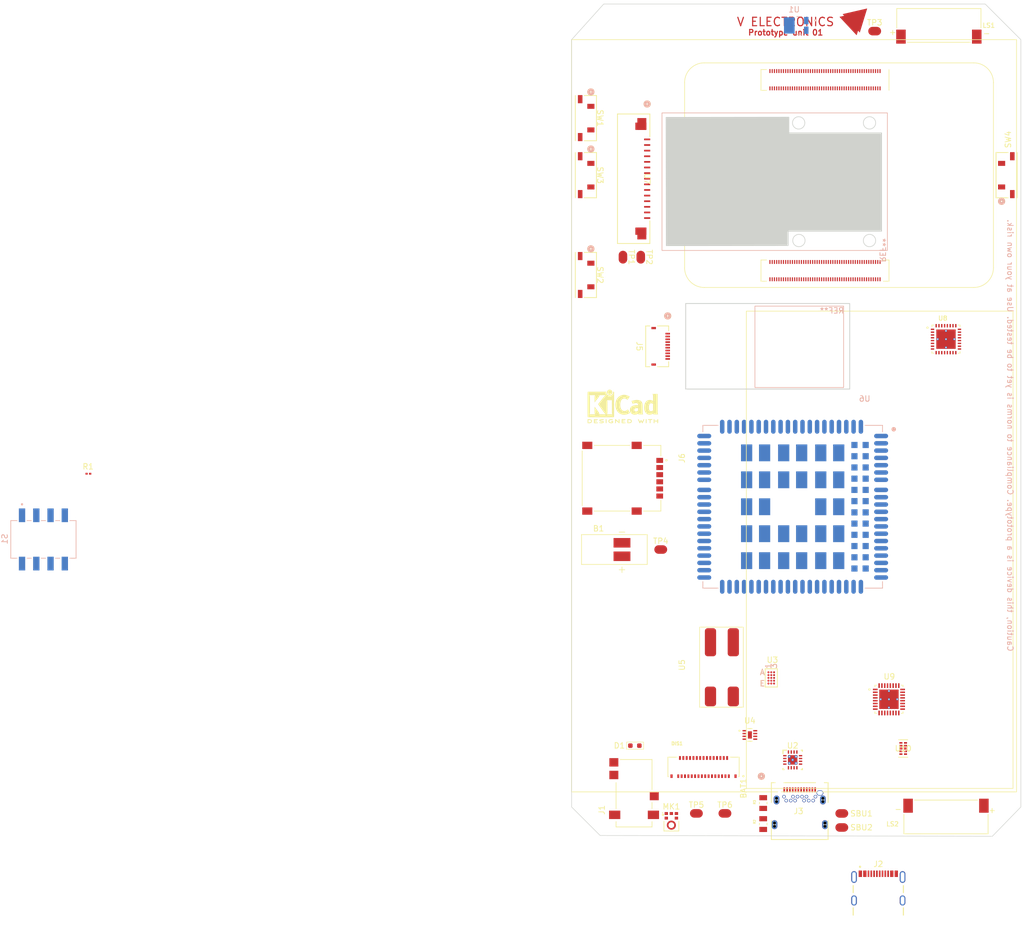
<source format=kicad_pcb>
(kicad_pcb (version 20240108) (generator "pcbnew") (generator_version "8.0")
  (title_block (title "SPIRIT-carrier-board") (date "2024-08-30") (company "V-Electronics"))
  (layers (0 "F.Cu" signal) (31 "B.Cu" signal) (34 "B.Paste" user) (35 "F.Paste" user) (36 "B.SilkS" user "B.Silkscreen") (37 "F.SilkS" user "F.Silkscreen") (38 "B.Mask" user) (39 "F.Mask" user) (44 "Edge.Cuts" user))
  (net 0 "")
  (net 1 "Net-(Module1A-GPIO27)")
  (net 5 "Net-(J2-CC1)")
  (net 7 "USBC POW")
  (net 8 "Net-(J2-CC2)")
  (net 44 "CODEC SDA")
  (net 45 "Net-(Module1A-GPIO22)")
  (net 60 "D-")
  (net 61 "D+")
  (net 79 "CAM_SDA")
  (net 81 "CAM_SCL")
  (net 83 "CAM_CK_P")
  (net 85 "CAM_CK_N")
  (net 87 "CAM_D1_P")
  (net 89 "CAM_D1_N")
  (net 120 "GND")
  (net 131 "VCC")
  (net 145 "Net-(Module1A-GPIO2)")
  (net 158 "CAM_D0_P")
  (net 159 "Net-(Module1A-GPIO3)")
  (net 184 "CAM_D0_N")
  (net 214 "Net-(Module1A-GPIO4)")
  (net 219 "Net-(Module1A-GPIO17)")
  (net 229 "Net-(U5-BAT+)")
  (net 230 "Net-(BAT1-+)")
  (net 274 "Net-(BAT1--)")
  (net 369 "CODEC SCL")
  (net 371 "JACK-IN")
  (net 373 "MIC-SWITCH")
  (net 376 "GPSGSM-SWITCH")
  (net 377 "CAM-SWITCH")
  (net 405 "CAM_IO0")
  (net 440 "DSI1_D0_N")
  (net 441 "DSI1_D0_P")
  (net 442 "DSI1_D1_N")
  (net 443 "DSI1_D1_P")
  (net 444 "DSI1_C_N")
  (net 445 "DSI1_C_P")
  (net 446 "DSI1_D2_N")
  (net 447 "DSI1_D2_P")
  (net 448 "DSI1_D3_N")
  (net 449 "DSI1_D3_P")
  (net 450 "DIS SDA")
  (net 451 "DIS SCL")
  (net 484 "Net-(TP8-A)")
  (net 485 "Net-(TP7-A)")
  (net 486 "CC2")
  (net 487 "CC1")
  (footprint "SPIRIT-footprints:35mmJACK-CUI_SJ2-35894B-SMT-TR" (layer "F.Cu") (at 67 170.4 90)
    (property "Reference" "J1")
    (property "Value" "SJ2-35894B-SMT-TR")
  )
  (footprint "SPIRIT-footprints:test-pad-1" (layer "F.Cu") (at 104 172.984)
    (property "Reference" "SBU1")
    (property "Value" "test-pad-1")
  )
  (footprint "SPIRIT-footprints:test-pad-1" (layer "F.Cu") (at 109.855 33.655)
    (property "Reference" "TP3")
    (property "Value" "test-pad-1")
  )
  (footprint "SPIRIT-footprints:720pLCD" (layer "F.Cu") (at 55.88 36.195)
    (property "Reference" "REF**" (hide yes))
    (property "Value" "720pLCD")
  )
  (footprint "SPIRIT-footprints:test-pad-1" (layer "F.Cu") (at 69.215 74.93 -90)
    (property "Reference" "TP2")
    (property "Value" "test-pad-1")
  )
  (footprint "SPIRIT-footprints:BAT-STEP-UP-UDFN8_2X2_MCH" (layer "F.Cu") (at 87.63 160.02)
    (property "Reference" "U4")
    (property "Value" "BAT-STEP-UP-MIC2876-5.0YMT-TR")
  )
  (footprint "SPIRIT-footprints:10PIN" (layer "F.Cu") (at 71.12 90.805 -90)
    (property "Reference" "J5")
    (property "Value" "FINGER")
  )
  (footprint "SPIRIT-footprints:test-pad-1" (layer "F.Cu") (at 66.04 74.93 -90)
    (property "Reference" "TP1")
    (property "Value" "test-pad-1")
  )
  (footprint "SPIRIT-footprints:DAC-IC_ADS125H01IRHBT" (layer "F.Cu") (at 122.555 89.535)
    (property "Reference" "U8")
    (property "Value" "DAC-TLV320DAC3100IRHBR")
  )
  (footprint "SPIRIT-footprints:BAT-MONITOR-YZF15_TEX" (layer "F.Cu") (at 91.44 149.86)
    (property "Reference" "U3")
    (property "Value" "BAT-MONITOR-BQ27530YZFT-G1")
  )
  (footprint "SPIRIT-footprints:buttonSW_TL3330_EWI" (layer "F.Cu") (at 133.35 60.325 90)
    (property "Reference" "SW4")
    (property "Value" "POW")
  )
  (footprint "SPIRIT-footprints:VIBRATION-PUI_HD-EMB1205-3-SC-R" (layer "F.Cu") (at 63.5 127)
    (property "Reference" "B1")
    (property "Value" "VIBR")
  )
  (footprint "CM4IO:Raspberry-Pi-4-Compute-Module" (layer "F.Cu") (at 79.505 43.825 -90)
    (property "Reference" "Module1" (hide yes))
    (property "Value" "ComputeModule4-CM4")
  )
  (footprint "LOGO" (layer "F.Cu") (at 106.045 33.02)
    (property "Reference" "G***" (hide yes))
    (property "Value" "LOGO" (hide yes))
  )
  (footprint "SPIRIT-footprints:SPEAKER_CMR-15062S-67" (layer "F.Cu") (at 122.555 174.625)
    (property "Reference" "LS2")
    (property "Value" "CMR-15062S-67")
  )
  (footprint "SPIRIT-footprints:SPEAKER_CMR-15062S-67" (layer "F.Cu") (at 121.285 33.655 180)
    (property "Reference" "LS1")
    (property "Value" "CMR-15062S-67")
  )
  (footprint "SPIRIT-footprints:buttonSW_TL3330_EWI" (layer "F.Cu") (at 58.42 60.325 -90)
    (property "Reference" "SW3")
    (property "Value" "VOL+")
  )
  (footprint "SPIRIT-footprints:microphone_SPH0645LM4H-B" (layer "F.Cu") (at 73.645 176.087)
    (property "Reference" "MK1")
    (property "Value" "microphone")
  )
  (footprint "SPIRIT-footprints:FPC15pin-1mm-pitch-CONN_F52Q-1A7H1-11015_AMP" (layer "F.Cu") (at 66.929 60.96 -90)
    (property "Reference" "U7")
    (property "Value" "FPC15pin-1mm-pitch-F52Q-1A7H1-11015")
  )
  (footprint "SPIRIT-footprints:buttonSW_TL3330_EWI" (layer "F.Cu") (at 58.42 50.165 -90)
    (property "Reference" "SW1")
    (property "Value" "VOL-")
  )
  (footprint "SPIRIT-footprints:CODEC-QFN50P500X500X100-33N" (layer "F.Cu") (at 112.395 153.67)
    (property "Reference" "U9")
    (property "Value" "CODEC-TLV320AIC3204IRHBR")
  )
  (footprint "SPIRIT-footprints:USBC3-2" (layer "F.Cu") (at 93.755507 169.795)
    (property "Reference" "J3")
    (property "Value" "USB4056-03-A")
    (fp_line (start -1.739308 6.4971) (end -1.739308 5.9129) (stroke (width 0.508)) (layer "Edge.Cuts"))
    (fp_line (start -1.379306 2.0971) (end -1.379306 1.5129) (stroke (width 0.508)) (layer "Edge.Cuts"))
    (fp_line (start 6.210993 0.565) (end 6.490393 0.565) (stroke (width 0.6604)) (layer "Edge.Cuts"))
    (fp_line (start 6.880692 2.0971) (end 6.880692 1.5129) (stroke (width 0.508)) (layer "Edge.Cuts"))
    (fp_line (start 7.240694 6.4971) (end 7.240694 5.9129) (stroke (width 0.508)) (layer "Edge.Cuts"))
  )
  (footprint "SPIRIT-footprints:CC-PULLDOWN-RESISOTR" (layer "F.Cu") (at 90 175.895 -90)
    (property "Reference" "R2")
    (property "Value" "5.1kOhm")
  )
  (footprint "SPIRIT-footprints:test-pad-1" (layer "F.Cu") (at 83.185 172.974)
    (property "Reference" "TP6")
    (property "Value" "test-pad-1")
  )
  (footprint "SPIRIT-footprints:BAT-CONNECTOR-FLTS22WR00" (layer "F.Cu") (at 76.041 147.574 90)
    (property "Reference" "U5")
    (property "Value" "BAT-CONNECTOR-FLTS22WR00")
  )
  (footprint "SPIRIT-footprints:thermistor-NTC0201Z_P63XP33_PAN" (layer "F.Cu") (at -30.1825 113.5)
    (property "Reference" "R1")
    (property "Value" "thermistor")
  )
  (footprint "SPIRIT-footprints:CHARGER-SWITCHER-RTE0016C" (layer "F.Cu") (at 95.249997 164.465003)
    (property "Reference" "U2")
    (property "Value" "CHARGER-SWITCHER-BQ25303JRTER")
  )
  (footprint "SPIRIT-footprints:TVSdiode-arrayDQA10" (layer "F.Cu") (at 114.935 162.433)
    (property "Reference" "U10")
    (property "Value" "TVSdiode-array-TPD4EUSB30DQAR")
  )
  (footprint "SPIRIT-footprints:USB_C_GCT_USB4105-GF-A" (layer "F.Cu") (at 110.5 189.5)
    (property "Reference" "J2")
    (property "Value" "USB4105-GF-A")
  )
  (footprint "SPIRIT-footprints:LED-INDICATOR" (layer "F.Cu") (at 65.659 161.29)
    (property "Reference" "D1")
    (property "Value" "LED-INDICATOR")
  )
  (footprint "SPIRIT-footprints:CC-PULLDOWN-RESISOTR" (layer "F.Cu") (at 90 172.15 -90)
    (property "Reference" "R3")
    (property "Value" "5.1kOhm")
  )
  (footprint "Symbol:KiCad-Logo2_5mm_SilkScreen" (layer "F.Cu") (at 65 101.5)
    (property "Reference" "logo1" (hide yes))
    (property "Value" "KiCad-Logo2_5mm_SilkScreen" (hide yes))
  )
  (footprint "SPIRIT-footprints:test-pad-1" (layer "F.Cu") (at 78.105 172.974)
    (property "Reference" "TP5")
    (property "Value" "test-pad-1")
  )
  (footprint "SPIRIT-footprints:test-pad-1" (layer "F.Cu") (at 104 175.484)
    (property "Reference" "SBU2")
    (property "Value" "test-pad-1")
  )
  (footprint "SPIRIT-footprints:HRS_FH72-31S-0.3SHW" (layer "F.Cu") (at 79.375 165.735)
    (property "Reference" "DIS1")
    (property "Value" "FH72-31S-0.3SHW")
  )
  (footprint "SPIRIT-footprints:buttonSW_TL3330_EWI" (layer "F.Cu") (at 58.42 78.105 -90)
    (property "Reference" "SW2")
    (property "Value" "PROG")
  )
  (footprint "SPIRIT-footprints:battery-37V2AhLP504783JU" (layer "F.Cu") (at 86.995 169.545 90)
    (property "Reference" "BAT1")
    (property "Value" "battery-37V2AhLP504783JU")
  )
  (footprint "SPIRIT-footprints:SIM-AMPHENOL_G85D1160022HHR" (layer "F.Cu") (at 64.77 114.3 -90)
    (property "Reference" "J6")
    (property "Value" "SIM-G85D1160022HHR")
  )
  (footprint "SPIRIT-footprints:test-pad-1" (layer "F.Cu") (at 71.755 125.984)
    (property "Reference" "TP4")
    (property "Value" "test-pad-1")
  )
  (footprint "SPIRIT-footprints:GSM-GPS-XCVR_EC25VFA-512-STD" (layer "B.Cu") (at 95.25 119.38 180)
    (property "Reference" "U6")
    (property "Value" "GSM-GPS-EC25VFA-512-STD")
  )
  (footprint "SPIRIT-footprints:LUMILED-DIODFN449X305X210-3N" (layer "B.Cu") (at 95.885 33.655 180)
    (property "Reference" "U1")
    (property "Value" "Flash-LED-Lumiled")
  )
  (footprint "LOGO" (layer "B.Cu") (at 85.09 33.655 180)
    (property "Reference" "G***" (hide yes))
    (property "Value" "LOGO" (hide yes))
  )
  (footprint "SPIRIT-footprints:fingerSEN-17151" (layer "B.Cu") (at 104.325 83.65 180)
    (property "Reference" "REF**")
    (property "Value" "fingerprintSEN-17151")
  )
  (footprint "SPIRIT-footprints:64MP-Arducam" (layer "B.Cu") (at 112.362 74 90)
    (property "Reference" "REF**")
    (property "Value" "64MP-Arducam")
    (fp_circle (center 22.987 -16.045) (end 24.087 -16.045) (stroke (width 0.12)) (fill none) (layer "Edge.Cuts"))
    (fp_circle (center 2.032 -16.002) (end 3.132 -16.002) (stroke (width 0.12)) (fill none) (layer "Edge.Cuts"))
    (fp_circle (center 22.987 -3.429) (end 24.087 -3.429) (stroke (width 0.12)) (fill none) (layer "Edge.Cuts"))
    (fp_circle (center 2.032 -3.429) (end 3.132 -3.429) (stroke (width 0.12)) (fill none) (layer "Edge.Cuts"))
    (fp_poly (pts (xy 21.209 -17.78) (xy 24.003 -17.78) (xy 23.971216 -39.66236) (xy 1.111216 -39.622795) (xy 1.143 -17.907) (xy 3.683 -17.907) (xy 3.683 -1.27) (xy 21.209 -1.27)) (stroke (width 0.12)) (fill solid) (layer "Edge.Cuts"))
  )
  (footprint "SPIRIT-footprints:DIPSWITC-SW_219-4MST" (layer "B.Cu") (at -38.19 125.2 -90)
    (property "Reference" "S1")
    (property "Value" "DIPSWITCH")
  )
  (gr_rect (start 76.2 83.185) (end 105.41 98.425) (stroke (width 0.15)) (fill none) (layer "Edge.Cuts"))
  (gr_poly (pts (xy 135.89 36.195) (xy 135.89 172.847) (xy 130.81 178.067) (xy 60.96 177.927) (xy 55.88 172.847) (xy 55.88 36.195) (xy 61.595 29.845) (xy 129.54 29.845)) (stroke (width 0.1)) (fill none) (layer "Edge.Cuts"))
  (gr_text "V ELECTRONICS" (at 93.98 33.02 0) (layer "F.Cu") (effects (font (size 1.5 1.5) (thickness 0.2))))
  (gr_text "01" (at 99.695 34.925 0) (layer "F.Cu") (effects (font (size 1 1) (thickness 0.2))))
  (gr_text "Prototype unit" (at 92.71 34.925 0) (layer "F.Cu") (effects (font (size 1 1) (thickness 0.2))))
  (gr_text "Caution, this device is a prototype. Compliance to norms is yet to be tested. Use at your own risk." (at 133.985 106.68 270) (layer "B.SilkS") (effects (font (size 1 1)) (justify mirror)))
)
</source>
